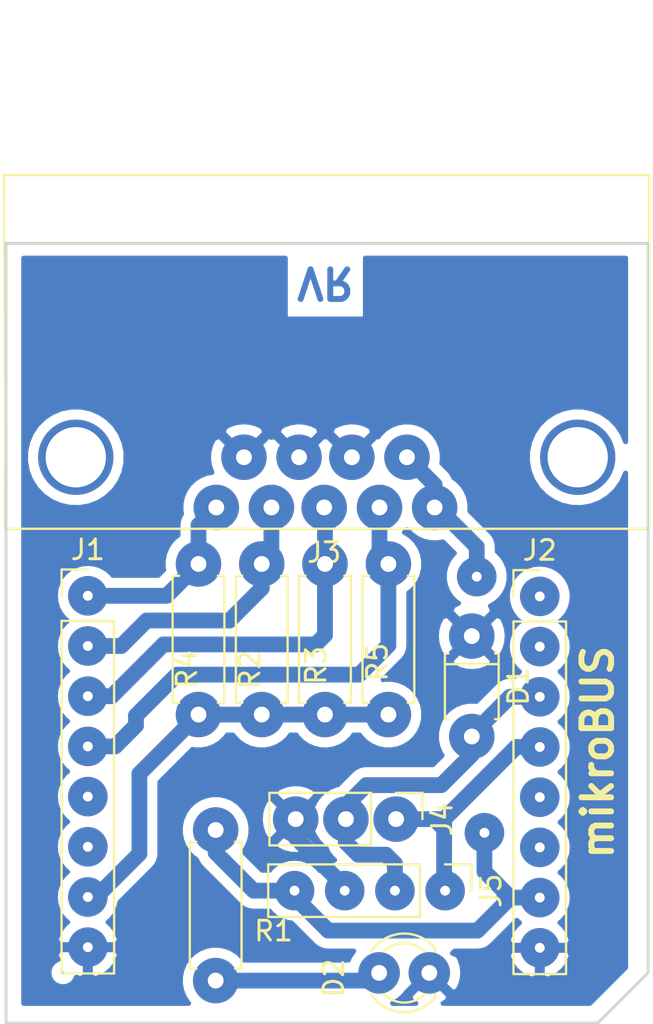
<source format=kicad_pcb>
(kicad_pcb (version 4) (host pcbnew 4.0.7)

  (general
    (links 30)
    (no_connects 1)
    (area 33.128381 22.990999 66.799001 75.085001)
    (thickness 1.6)
    (drawings 16)
    (tracks 102)
    (zones 0)
    (modules 12)
    (nets 17)
  )

  (page A4)
  (layers
    (0 F.Cu signal)
    (31 B.Cu signal)
    (32 B.Adhes user)
    (33 F.Adhes user)
    (34 B.Paste user)
    (35 F.Paste user)
    (36 B.SilkS user)
    (37 F.SilkS user)
    (38 B.Mask user)
    (39 F.Mask user)
    (40 Dwgs.User user)
    (41 Cmts.User user)
    (42 Eco1.User user)
    (43 Eco2.User user)
    (44 Edge.Cuts user)
    (45 Margin user)
    (46 B.CrtYd user)
    (47 F.CrtYd user)
    (48 B.Fab user)
    (49 F.Fab user)
  )

  (setup
    (last_trace_width 0.25)
    (user_trace_width 0.4)
    (user_trace_width 0.6)
    (user_trace_width 0.7)
    (user_trace_width 0.8)
    (user_trace_width 1)
    (user_trace_width 1.2)
    (user_trace_width 1.4)
    (user_trace_width 1.6)
    (trace_clearance 0.254)
    (zone_clearance 0.508)
    (zone_45_only yes)
    (trace_min 0.2)
    (segment_width 0.2)
    (edge_width 0.15)
    (via_size 0.6)
    (via_drill 0.4)
    (via_min_size 0.4)
    (via_min_drill 0.3)
    (user_via 2 0.5)
    (uvia_size 0.3)
    (uvia_drill 0.1)
    (uvias_allowed no)
    (uvia_min_size 0.2)
    (uvia_min_drill 0.1)
    (pcb_text_width 0.3)
    (pcb_text_size 1.5 1.5)
    (mod_edge_width 0.15)
    (mod_text_size 1 1)
    (mod_text_width 0.15)
    (pad_size 3.81 3.81)
    (pad_drill 3.05)
    (pad_to_mask_clearance 0.2)
    (aux_axis_origin 0 0)
    (visible_elements 7FFFFFFF)
    (pcbplotparams
      (layerselection 0x00030_80000001)
      (usegerberextensions false)
      (excludeedgelayer true)
      (linewidth 0.100000)
      (plotframeref false)
      (viasonmask false)
      (mode 1)
      (useauxorigin false)
      (hpglpennumber 1)
      (hpglpenspeed 20)
      (hpglpendiameter 15)
      (hpglpenoverlay 2)
      (psnegative false)
      (psa4output false)
      (plotreference true)
      (plotvalue true)
      (plotinvisibletext false)
      (padsonsilk false)
      (subtractmaskfromsilk false)
      (outputformat 1)
      (mirror false)
      (drillshape 1)
      (scaleselection 1)
      (outputdirectory ""))
  )

  (net 0 "")
  (net 1 /GND)
  (net 2 /RX)
  (net 3 "Net-(D2-Pad2)")
  (net 4 /AN)
  (net 5 /RST)
  (net 6 /PWM)
  (net 7 /INT)
  (net 8 /TX)
  (net 9 /+5V)
  (net 10 /CS)
  (net 11 /SCK)
  (net 12 /MISO)
  (net 13 /MOSI)
  (net 14 /+3.3V)
  (net 15 /SCL)
  (net 16 /SDA)

  (net_class Default "This is the default net class."
    (clearance 0.254)
    (trace_width 0.25)
    (via_dia 0.6)
    (via_drill 0.4)
    (uvia_dia 0.3)
    (uvia_drill 0.1)
    (add_net /+3.3V)
    (add_net /+5V)
    (add_net /AN)
    (add_net /CS)
    (add_net /GND)
    (add_net /INT)
    (add_net /MISO)
    (add_net /MOSI)
    (add_net /PWM)
    (add_net /RST)
    (add_net /RX)
    (add_net /SCK)
    (add_net /SCL)
    (add_net /SDA)
    (add_net /TX)
    (add_net "Net-(D2-Pad2)")
  )

  (module Pin_Headers:Pin_Header_Straight_1x08_Pitch2.54mm (layer F.Cu) (tedit 5BEFF2AC) (tstamp 5BEFF7EE)
    (at 60.8 53.42)
    (descr "Through hole straight pin header, 1x08, 2.54mm pitch, single row")
    (tags "Through hole pin header THT 1x08 2.54mm single row")
    (path /5BEF9960)
    (fp_text reference J2 (at 0 -2.33) (layer F.SilkS)
      (effects (font (size 1 1) (thickness 0.15)))
    )
    (fp_text value Conn_01x08 (at 0 20.11) (layer F.Fab) hide
      (effects (font (size 1 1) (thickness 0.15)))
    )
    (fp_line (start -0.635 -1.27) (end 1.27 -1.27) (layer F.Fab) (width 0.1))
    (fp_line (start 1.27 -1.27) (end 1.27 19.05) (layer F.Fab) (width 0.1))
    (fp_line (start 1.27 19.05) (end -1.27 19.05) (layer F.Fab) (width 0.1))
    (fp_line (start -1.27 19.05) (end -1.27 -0.635) (layer F.Fab) (width 0.1))
    (fp_line (start -1.27 -0.635) (end -0.635 -1.27) (layer F.Fab) (width 0.1))
    (fp_line (start -1.33 19.11) (end 1.33 19.11) (layer F.SilkS) (width 0.12))
    (fp_line (start -1.33 1.27) (end -1.33 19.11) (layer F.SilkS) (width 0.12))
    (fp_line (start 1.33 1.27) (end 1.33 19.11) (layer F.SilkS) (width 0.12))
    (fp_line (start -1.33 1.27) (end 1.33 1.27) (layer F.SilkS) (width 0.12))
    (fp_line (start -1.33 0) (end -1.33 -1.33) (layer F.SilkS) (width 0.12))
    (fp_line (start -1.33 -1.33) (end 0 -1.33) (layer F.SilkS) (width 0.12))
    (fp_line (start -1.8 -1.8) (end -1.8 19.55) (layer F.CrtYd) (width 0.05))
    (fp_line (start -1.8 19.55) (end 1.8 19.55) (layer F.CrtYd) (width 0.05))
    (fp_line (start 1.8 19.55) (end 1.8 -1.8) (layer F.CrtYd) (width 0.05))
    (fp_line (start 1.8 -1.8) (end -1.8 -1.8) (layer F.CrtYd) (width 0.05))
    (fp_text user %R (at 0 8.89 90) (layer F.Fab)
      (effects (font (size 1 1) (thickness 0.15)))
    )
    (pad 1 thru_hole oval (at 0 0) (size 2 2) (drill 0.5) (layers *.Cu *.Mask)
      (net 6 /PWM))
    (pad 2 thru_hole oval (at 0 2.54) (size 2 2) (drill 0.5) (layers *.Cu *.Mask)
      (net 7 /INT))
    (pad 3 thru_hole oval (at 0 5.08) (size 2 2) (drill 0.5) (layers *.Cu *.Mask)
      (net 2 /RX))
    (pad 4 thru_hole oval (at 0 7.62) (size 2 2) (drill 0.5) (layers *.Cu *.Mask)
      (net 8 /TX))
    (pad 5 thru_hole oval (at 0 10.16) (size 2 2) (drill 0.5) (layers *.Cu *.Mask)
      (net 15 /SCL))
    (pad 6 thru_hole oval (at 0 12.7) (size 2 2) (drill 0.5) (layers *.Cu *.Mask)
      (net 16 /SDA))
    (pad 7 thru_hole oval (at 0 15.24) (size 2 2) (drill 0.5) (layers *.Cu *.Mask)
      (net 9 /+5V))
    (pad 8 thru_hole oval (at 0 17.78) (size 2 2) (drill 0.5) (layers *.Cu *.Mask)
      (net 1 /GND))
    (model ${KISYS3DMOD}/Pin_Headers.3dshapes/Pin_Header_Straight_1x08_Pitch2.54mm.wrl
      (at (xyz 0 0 0))
      (scale (xyz 1 1 1))
      (rotate (xyz 0 0 0))
    )
  )

  (module modFiles:LED_D3.0mm (layer F.Cu) (tedit 5C02177E) (tstamp 5BEFF84F)
    (at 55.21 72.47 180)
    (descr "LED, diameter 3.0mm, 2 pins")
    (tags "LED diameter 3.0mm 2 pins")
    (path /5BEFA2C0)
    (fp_text reference D2 (at 4.84 -0.26 270) (layer F.SilkS)
      (effects (font (size 1 1) (thickness 0.15)))
    )
    (fp_text value LED (at -2.18 -0.14 270) (layer F.Fab)
      (effects (font (size 1 1) (thickness 0.15)))
    )
    (fp_arc (start 1.27 0) (end -0.23 -1.16619) (angle 284.3) (layer F.Fab) (width 0.1))
    (fp_arc (start 1.27 0) (end -0.29 -1.235516) (angle 108.8) (layer F.SilkS) (width 0.12))
    (fp_arc (start 1.27 0) (end -0.29 1.235516) (angle -108.8) (layer F.SilkS) (width 0.12))
    (fp_arc (start 1.27 0) (end 0.229039 -1.08) (angle 87.9) (layer F.SilkS) (width 0.12))
    (fp_arc (start 1.27 0) (end 0.229039 1.08) (angle -87.9) (layer F.SilkS) (width 0.12))
    (fp_circle (center 1.27 0) (end 2.77 0) (layer F.Fab) (width 0.1))
    (fp_line (start -0.23 -1.16619) (end -0.23 1.16619) (layer F.Fab) (width 0.1))
    (fp_line (start -0.29 -1.236) (end -0.29 -1.08) (layer F.SilkS) (width 0.12))
    (fp_line (start -0.29 1.08) (end -0.29 1.236) (layer F.SilkS) (width 0.12))
    (fp_line (start -1.15 -2.25) (end -1.15 2.25) (layer F.CrtYd) (width 0.05))
    (fp_line (start -1.15 2.25) (end 3.7 2.25) (layer F.CrtYd) (width 0.05))
    (fp_line (start 3.7 2.25) (end 3.7 -2.25) (layer F.CrtYd) (width 0.05))
    (fp_line (start 3.7 -2.25) (end -1.15 -2.25) (layer F.CrtYd) (width 0.05))
    (pad 1 thru_hole circle (at 0 0 180) (size 2.1 2.1) (drill 0.8) (layers *.Cu *.Mask)
      (net 1 /GND))
    (pad 2 thru_hole circle (at 2.54 0 180) (size 2.1 2.1) (drill 0.8) (layers *.Cu *.Mask)
      (net 3 "Net-(D2-Pad2)"))
    (model _3D/Used/led_3mm_red.wrl
      (at (xyz 0.05 0 0))
      (scale (xyz 1 1 1))
      (rotate (xyz 0 0 90))
    )
  )

  (module Pin_Headers:Pin_Header_Straight_1x08_Pitch2.54mm (layer F.Cu) (tedit 5BEFF193) (tstamp 5BEFF834)
    (at 37.93 53.39)
    (descr "Through hole straight pin header, 1x08, 2.54mm pitch, single row")
    (tags "Through hole pin header THT 1x08 2.54mm single row")
    (path /5BEF9903)
    (fp_text reference J1 (at 0 -2.33) (layer F.SilkS)
      (effects (font (size 1 1) (thickness 0.15)))
    )
    (fp_text value Conn_01x08 (at 0 20.11) (layer F.Fab) hide
      (effects (font (size 1 1) (thickness 0.15)))
    )
    (fp_line (start -0.635 -1.27) (end 1.27 -1.27) (layer F.Fab) (width 0.1))
    (fp_line (start 1.27 -1.27) (end 1.27 19.05) (layer F.Fab) (width 0.1))
    (fp_line (start 1.27 19.05) (end -1.27 19.05) (layer F.Fab) (width 0.1))
    (fp_line (start -1.27 19.05) (end -1.27 -0.635) (layer F.Fab) (width 0.1))
    (fp_line (start -1.27 -0.635) (end -0.635 -1.27) (layer F.Fab) (width 0.1))
    (fp_line (start -1.33 19.11) (end 1.33 19.11) (layer F.SilkS) (width 0.12))
    (fp_line (start -1.33 1.27) (end -1.33 19.11) (layer F.SilkS) (width 0.12))
    (fp_line (start 1.33 1.27) (end 1.33 19.11) (layer F.SilkS) (width 0.12))
    (fp_line (start -1.33 1.27) (end 1.33 1.27) (layer F.SilkS) (width 0.12))
    (fp_line (start -1.33 0) (end -1.33 -1.33) (layer F.SilkS) (width 0.12))
    (fp_line (start -1.33 -1.33) (end 0 -1.33) (layer F.SilkS) (width 0.12))
    (fp_line (start -1.8 -1.8) (end -1.8 19.55) (layer F.CrtYd) (width 0.05))
    (fp_line (start -1.8 19.55) (end 1.8 19.55) (layer F.CrtYd) (width 0.05))
    (fp_line (start 1.8 19.55) (end 1.8 -1.8) (layer F.CrtYd) (width 0.05))
    (fp_line (start 1.8 -1.8) (end -1.8 -1.8) (layer F.CrtYd) (width 0.05))
    (fp_text user %R (at 0 8.89 90) (layer F.Fab)
      (effects (font (size 1 1) (thickness 0.15)))
    )
    (pad 1 thru_hole oval (at 0 0) (size 2 2) (drill 0.5) (layers *.Cu *.Mask)
      (net 4 /AN))
    (pad 2 thru_hole oval (at 0 2.54) (size 2 2) (drill 0.5) (layers *.Cu *.Mask)
      (net 5 /RST))
    (pad 3 thru_hole oval (at 0 5.08) (size 2 2) (drill 0.5) (layers *.Cu *.Mask)
      (net 10 /CS))
    (pad 4 thru_hole oval (at 0 7.62) (size 2 2) (drill 0.5) (layers *.Cu *.Mask)
      (net 11 /SCK))
    (pad 5 thru_hole oval (at 0 10.16) (size 2 2) (drill 0.5) (layers *.Cu *.Mask)
      (net 12 /MISO))
    (pad 6 thru_hole oval (at 0 12.7) (size 2 2) (drill 0.5) (layers *.Cu *.Mask)
      (net 13 /MOSI))
    (pad 7 thru_hole oval (at 0 15.24) (size 2 2) (drill 0.5) (layers *.Cu *.Mask)
      (net 14 /+3.3V))
    (pad 8 thru_hole oval (at 0 17.78) (size 2 2) (drill 0.5) (layers *.Cu *.Mask)
      (net 1 /GND))
    (model ${KISYS3DMOD}/Pin_Headers.3dshapes/Pin_Header_Straight_1x08_Pitch2.54mm.wrl
      (at (xyz 0 0 0))
      (scale (xyz 1 1 1))
      (rotate (xyz 0 0 0))
    )
  )

  (module modFiles:Resistor_small (layer F.Cu) (tedit 5C0217FB) (tstamp 5BEFF81F)
    (at 44.4 65.24 270)
    (descr "Resistor, Axial_DIN0207 series, Axial, Horizontal, pin pitch=7.62mm, 0.25W = 1/4W, length*diameter=6.3*2.5mm^2, http://cdn-reichelt.de/documents/datenblatt/B400/1_4W%23YAG.pdf")
    (tags "Resistor Axial_DIN0207 series Axial Horizontal pin pitch 7.62mm 0.25W = 1/4W length 6.3mm diameter 2.5mm")
    (path /5BEFA48F)
    (fp_text reference R1 (at 5.11 -2.93 360) (layer F.SilkS)
      (effects (font (size 1 1) (thickness 0.15)))
    )
    (fp_text value 1K5 (at 3.8 -0.03 270) (layer F.Fab)
      (effects (font (size 1 1) (thickness 0.15)))
    )
    (fp_line (start 0.66 -1.25) (end 0.66 1.25) (layer F.Fab) (width 0.1))
    (fp_line (start 0.66 1.25) (end 6.96 1.25) (layer F.Fab) (width 0.1))
    (fp_line (start 6.96 1.25) (end 6.96 -1.25) (layer F.Fab) (width 0.1))
    (fp_line (start 6.96 -1.25) (end 0.66 -1.25) (layer F.Fab) (width 0.1))
    (fp_line (start 0 0) (end 0.66 0) (layer F.Fab) (width 0.1))
    (fp_line (start 7.62 0) (end 6.96 0) (layer F.Fab) (width 0.1))
    (fp_line (start 0.6 -0.98) (end 0.6 -1.31) (layer F.SilkS) (width 0.12))
    (fp_line (start 0.6 -1.31) (end 7.02 -1.31) (layer F.SilkS) (width 0.12))
    (fp_line (start 7.02 -1.31) (end 7.02 -0.98) (layer F.SilkS) (width 0.12))
    (fp_line (start 0.6 0.98) (end 0.6 1.31) (layer F.SilkS) (width 0.12))
    (fp_line (start 0.6 1.31) (end 7.02 1.31) (layer F.SilkS) (width 0.12))
    (fp_line (start 7.02 1.31) (end 7.02 0.98) (layer F.SilkS) (width 0.12))
    (fp_line (start -1.05 -1.6) (end -1.05 1.6) (layer F.CrtYd) (width 0.05))
    (fp_line (start -1.05 1.6) (end 8.7 1.6) (layer F.CrtYd) (width 0.05))
    (fp_line (start 8.7 1.6) (end 8.7 -1.6) (layer F.CrtYd) (width 0.05))
    (fp_line (start 8.7 -1.6) (end -1.05 -1.6) (layer F.CrtYd) (width 0.05))
    (pad 1 thru_hole circle (at 0 0 270) (size 2.3 2.3) (drill 0.8) (layers *.Cu *.Mask)
      (net 9 /+5V))
    (pad 2 thru_hole circle (at 7.62 0 270) (size 2.3 2.3) (drill 0.8) (layers *.Cu *.Mask)
      (net 3 "Net-(D2-Pad2)"))
    (model _3D/Used/R_Axial_DIN0207_L6.3mm_D2.5mm_P7.62mm_Horizontal.wrl
      (at (xyz 0 0 0))
      (scale (xyz 0.393701 0.393701 0.393701))
      (rotate (xyz 0 0 0))
    )
  )

  (module Socket_Strips:Socket_Strip_Straight_1x04_Pitch2.54mm (layer F.Cu) (tedit 5BEFF2E0) (tstamp 5BEFF809)
    (at 56.01 68.31 270)
    (descr "Through hole straight socket strip, 1x04, 2.54mm pitch, single row")
    (tags "Through hole socket strip THT 1x04 2.54mm single row")
    (path /5BEF9C1A)
    (fp_text reference J5 (at 0 -2.33 270) (layer F.SilkS)
      (effects (font (size 1 1) (thickness 0.15)))
    )
    (fp_text value BLUETOOTH (at 2.09 3.26 360) (layer F.Fab)
      (effects (font (size 1 1) (thickness 0.15)))
    )
    (fp_line (start -1.27 -1.27) (end -1.27 8.89) (layer F.Fab) (width 0.1))
    (fp_line (start -1.27 8.89) (end 1.27 8.89) (layer F.Fab) (width 0.1))
    (fp_line (start 1.27 8.89) (end 1.27 -1.27) (layer F.Fab) (width 0.1))
    (fp_line (start 1.27 -1.27) (end -1.27 -1.27) (layer F.Fab) (width 0.1))
    (fp_line (start -1.33 1.27) (end -1.33 8.95) (layer F.SilkS) (width 0.12))
    (fp_line (start -1.33 8.95) (end 1.33 8.95) (layer F.SilkS) (width 0.12))
    (fp_line (start 1.33 8.95) (end 1.33 1.27) (layer F.SilkS) (width 0.12))
    (fp_line (start 1.33 1.27) (end -1.33 1.27) (layer F.SilkS) (width 0.12))
    (fp_line (start -1.33 0) (end -1.33 -1.33) (layer F.SilkS) (width 0.12))
    (fp_line (start -1.33 -1.33) (end 0 -1.33) (layer F.SilkS) (width 0.12))
    (fp_line (start -1.8 -1.8) (end -1.8 9.4) (layer F.CrtYd) (width 0.05))
    (fp_line (start -1.8 9.4) (end 1.8 9.4) (layer F.CrtYd) (width 0.05))
    (fp_line (start 1.8 9.4) (end 1.8 -1.8) (layer F.CrtYd) (width 0.05))
    (fp_line (start 1.8 -1.8) (end -1.8 -1.8) (layer F.CrtYd) (width 0.05))
    (fp_text user %R (at 0 -2.33 270) (layer F.Fab)
      (effects (font (size 1 1) (thickness 0.15)))
    )
    (pad 1 thru_hole oval (at 0 0 270) (size 2 2) (drill 0.5) (layers *.Cu *.Mask)
      (net 8 /TX))
    (pad 2 thru_hole oval (at 0 2.54 270) (size 2 2) (drill 0.5) (layers *.Cu *.Mask)
      (net 2 /RX))
    (pad 3 thru_hole oval (at 0 5.08 270) (size 2 2) (drill 0.5) (layers *.Cu *.Mask)
      (net 1 /GND))
    (pad 4 thru_hole oval (at 0 7.62 270) (size 2 2) (drill 0.5) (layers *.Cu *.Mask)
      (net 9 /+5V))
    (model ${KISYS3DMOD}/Socket_Strips.3dshapes/Socket_Strip_Straight_1x04_Pitch2.54mm.wrl
      (at (xyz 0 -0.15 0))
      (scale (xyz 1 1 1))
      (rotate (xyz 0 0 270))
    )
  )

  (module Connectors:DB9FC (layer F.Cu) (tedit 5C0218A4) (tstamp 5BEFF7CE)
    (at 44.43 48.92)
    (descr "Connecteur DB9 femelle couche")
    (tags "CONN DB9")
    (path /5BEF9620)
    (fp_text reference J3 (at 5.46 2.28) (layer F.SilkS)
      (effects (font (size 1 1) (thickness 0.15)))
    )
    (fp_text value DB9_Female (at 6.73 -5.08) (layer F.Fab)
      (effects (font (size 1 1) (thickness 0.15)))
    )
    (fp_line (start -10.74 -16.82) (end -10.69 1.08) (layer F.SilkS) (width 0.12))
    (fp_line (start -10.69 1.08) (end 21.91 1.08) (layer F.SilkS) (width 0.12))
    (fp_line (start 21.91 1.08) (end 21.91 -16.82) (layer F.SilkS) (width 0.12))
    (fp_line (start 21.91 -16.82) (end -10.74 -16.82) (layer F.SilkS) (width 0.12))
    (fp_line (start -10.67 1.02) (end 21.84 1.02) (layer F.Fab) (width 0.1))
    (fp_line (start 21.84 1.02) (end 21.84 -16.76) (layer F.Fab) (width 0.1))
    (fp_line (start 21.84 -16.76) (end -10.67 -16.76) (layer F.Fab) (width 0.1))
    (fp_line (start -10.67 -16.76) (end -10.67 1.02) (layer F.Fab) (width 0.1))
    (fp_line (start -3.56 -16.76) (end -3.56 -9.14) (layer F.Fab) (width 0.1))
    (fp_line (start -3.56 -9.14) (end 14.73 -9.14) (layer F.Fab) (width 0.1))
    (fp_line (start 14.73 -9.14) (end 14.73 -16.76) (layer F.Fab) (width 0.1))
    (fp_line (start -2.03 -16.76) (end -2.03 -25.4) (layer F.Fab) (width 0.1))
    (fp_line (start -2.03 -25.4) (end 13.21 -25.4) (layer F.Fab) (width 0.1))
    (fp_line (start 13.21 -25.4) (end 13.21 -16.76) (layer F.Fab) (width 0.1))
    (fp_line (start -10.92 -25.65) (end 22.09 -25.65) (layer F.CrtYd) (width 0.05))
    (fp_line (start -10.92 -25.65) (end -10.92 1.27) (layer F.CrtYd) (width 0.05))
    (fp_line (start 22.09 1.27) (end 22.09 -25.65) (layer F.CrtYd) (width 0.05))
    (fp_line (start 22.09 1.27) (end -10.92 1.27) (layer F.CrtYd) (width 0.05))
    (pad "" thru_hole circle (at 18.29 -2.54) (size 3.81 3.81) (drill 3.05) (layers *.Cu *.Mask))
    (pad "" thru_hole circle (at -7.11 -2.54) (size 3.81 3.81) (drill 3.05) (layers *.Cu *.Mask))
    (pad 1 thru_hole circle (at 0 0) (size 2.3 2.3) (drill 0.8) (layers *.Cu *.Mask)
      (net 4 /AN))
    (pad 2 thru_hole circle (at 2.79 0) (size 2.3 2.3) (drill 0.8) (layers *.Cu *.Mask)
      (net 5 /RST))
    (pad 3 thru_hole circle (at 5.46 0) (size 2.3 2.3) (drill 0.8) (layers *.Cu *.Mask)
      (net 10 /CS))
    (pad 4 thru_hole circle (at 8.26 0) (size 2.3 2.3) (drill 0.8) (layers *.Cu *.Mask)
      (net 11 /SCK))
    (pad 5 thru_hole circle (at 11.05 0) (size 2.3 2.3) (drill 0.8) (layers *.Cu *.Mask)
      (net 9 /+5V))
    (pad 6 thru_hole circle (at 1.4 -2.54) (size 2.3 2.3) (drill 0.8) (layers *.Cu *.Mask)
      (net 1 /GND))
    (pad 7 thru_hole circle (at 4.19 -2.54) (size 2.3 2.3) (drill 0.8) (layers *.Cu *.Mask)
      (net 1 /GND))
    (pad 8 thru_hole circle (at 6.86 -2.54) (size 2.3 2.3) (drill 0.8) (layers *.Cu *.Mask)
      (net 1 /GND))
    (pad 9 thru_hole circle (at 9.65 -2.54) (size 2.3 2.3) (drill 0.8) (layers *.Cu *.Mask)
      (net 9 /+5V))
    (model ${KISYS3DMOD}/Connectors.3dshapes/DB9FC.wrl
      (at (xyz 0.2086614173228347 0.05314960629921261 0))
      (scale (xyz 1 1 1))
      (rotate (xyz 0 0 0))
    )
  )

  (module Socket_Strips:Socket_Strip_Straight_1x03_Pitch2.54mm (layer F.Cu) (tedit 5C021843) (tstamp 5C01FEBA)
    (at 53.53 64.69 270)
    (descr "Through hole straight socket strip, 1x03, 2.54mm pitch, single row")
    (tags "Through hole socket strip THT 1x03 2.54mm single row")
    (path /5BEF9B52)
    (fp_text reference J4 (at 0 -2.33 270) (layer F.SilkS)
      (effects (font (size 1 1) (thickness 0.15)))
    )
    (fp_text value URAT (at 0 7.41 270) (layer F.Fab)
      (effects (font (size 1 1) (thickness 0.15)))
    )
    (fp_line (start -1.27 -1.27) (end -1.27 6.35) (layer F.Fab) (width 0.1))
    (fp_line (start -1.27 6.35) (end 1.27 6.35) (layer F.Fab) (width 0.1))
    (fp_line (start 1.27 6.35) (end 1.27 -1.27) (layer F.Fab) (width 0.1))
    (fp_line (start 1.27 -1.27) (end -1.27 -1.27) (layer F.Fab) (width 0.1))
    (fp_line (start -1.33 1.27) (end -1.33 6.41) (layer F.SilkS) (width 0.12))
    (fp_line (start -1.33 6.41) (end 1.33 6.41) (layer F.SilkS) (width 0.12))
    (fp_line (start 1.33 6.41) (end 1.33 1.27) (layer F.SilkS) (width 0.12))
    (fp_line (start 1.33 1.27) (end -1.33 1.27) (layer F.SilkS) (width 0.12))
    (fp_line (start -1.33 0) (end -1.33 -1.33) (layer F.SilkS) (width 0.12))
    (fp_line (start -1.33 -1.33) (end 0 -1.33) (layer F.SilkS) (width 0.12))
    (fp_line (start -1.8 -1.8) (end -1.8 6.85) (layer F.CrtYd) (width 0.05))
    (fp_line (start -1.8 6.85) (end 1.8 6.85) (layer F.CrtYd) (width 0.05))
    (fp_line (start 1.8 6.85) (end 1.8 -1.8) (layer F.CrtYd) (width 0.05))
    (fp_line (start 1.8 -1.8) (end -1.8 -1.8) (layer F.CrtYd) (width 0.05))
    (fp_text user %R (at 0 -2.33 270) (layer F.Fab)
      (effects (font (size 1 1) (thickness 0.15)))
    )
    (pad 1 thru_hole circle (at 0 0 270) (size 2.3 2.3) (drill 0.8) (layers *.Cu *.Mask)
      (net 8 /TX))
    (pad 2 thru_hole circle (at 0 2.54 270) (size 2.3 2.3) (drill 0.8) (layers *.Cu *.Mask)
      (net 2 /RX))
    (pad 3 thru_hole circle (at 0 5.08 270) (size 2.3 2.3) (drill 0.8) (layers *.Cu *.Mask)
      (net 1 /GND))
    (model ${KISYS3DMOD}/Socket_Strips.3dshapes/Socket_Strip_Straight_1x03_Pitch2.54mm.wrl
      (at (xyz 0 -0.1 0))
      (scale (xyz 1 1 1))
      (rotate (xyz 0 0 270))
    )
  )

  (module modFiles:Resistor_small (layer F.Cu) (tedit 5C0217E6) (tstamp 5C01FEC5)
    (at 46.73 59.4 90)
    (descr "Resistor, Axial_DIN0207 series, Axial, Horizontal, pin pitch=7.62mm, 0.25W = 1/4W, length*diameter=6.3*2.5mm^2, http://cdn-reichelt.de/documents/datenblatt/B400/1_4W%23YAG.pdf")
    (tags "Resistor Axial_DIN0207 series Axial Horizontal pin pitch 7.62mm 0.25W = 1/4W length 6.3mm diameter 2.5mm")
    (path /5C01FFAB)
    (fp_text reference R2 (at 2.26 -0.6 90) (layer F.SilkS)
      (effects (font (size 1 1) (thickness 0.15)))
    )
    (fp_text value 4k7 (at 5 -0.32 90) (layer F.Fab)
      (effects (font (size 1 1) (thickness 0.15)))
    )
    (fp_line (start 0.66 -1.25) (end 0.66 1.25) (layer F.Fab) (width 0.1))
    (fp_line (start 0.66 1.25) (end 6.96 1.25) (layer F.Fab) (width 0.1))
    (fp_line (start 6.96 1.25) (end 6.96 -1.25) (layer F.Fab) (width 0.1))
    (fp_line (start 6.96 -1.25) (end 0.66 -1.25) (layer F.Fab) (width 0.1))
    (fp_line (start 0 0) (end 0.66 0) (layer F.Fab) (width 0.1))
    (fp_line (start 7.62 0) (end 6.96 0) (layer F.Fab) (width 0.1))
    (fp_line (start 0.6 -0.98) (end 0.6 -1.31) (layer F.SilkS) (width 0.12))
    (fp_line (start 0.6 -1.31) (end 7.02 -1.31) (layer F.SilkS) (width 0.12))
    (fp_line (start 7.02 -1.31) (end 7.02 -0.98) (layer F.SilkS) (width 0.12))
    (fp_line (start 0.6 0.98) (end 0.6 1.31) (layer F.SilkS) (width 0.12))
    (fp_line (start 0.6 1.31) (end 7.02 1.31) (layer F.SilkS) (width 0.12))
    (fp_line (start 7.02 1.31) (end 7.02 0.98) (layer F.SilkS) (width 0.12))
    (fp_line (start -1.05 -1.6) (end -1.05 1.6) (layer F.CrtYd) (width 0.05))
    (fp_line (start -1.05 1.6) (end 8.7 1.6) (layer F.CrtYd) (width 0.05))
    (fp_line (start 8.7 1.6) (end 8.7 -1.6) (layer F.CrtYd) (width 0.05))
    (fp_line (start 8.7 -1.6) (end -1.05 -1.6) (layer F.CrtYd) (width 0.05))
    (pad 1 thru_hole circle (at 0 0 90) (size 2.3 2.3) (drill 0.8) (layers *.Cu *.Mask)
      (net 14 /+3.3V))
    (pad 2 thru_hole circle (at 7.62 0 90) (size 2.3 2.3) (drill 0.8) (layers *.Cu *.Mask)
      (net 5 /RST))
    (model _3D/Used/R_Axial_DIN0207_L6.3mm_D2.5mm_P7.62mm_Horizontal.wrl
      (at (xyz 0 0 0))
      (scale (xyz 0.393701 0.393701 0.393701))
      (rotate (xyz 0 0 0))
    )
  )

  (module modFiles:Resistor_small (layer F.Cu) (tedit 5C0217E2) (tstamp 5C01FECB)
    (at 49.93 59.4 90)
    (descr "Resistor, Axial_DIN0207 series, Axial, Horizontal, pin pitch=7.62mm, 0.25W = 1/4W, length*diameter=6.3*2.5mm^2, http://cdn-reichelt.de/documents/datenblatt/B400/1_4W%23YAG.pdf")
    (tags "Resistor Axial_DIN0207 series Axial Horizontal pin pitch 7.62mm 0.25W = 1/4W length 6.3mm diameter 2.5mm")
    (path /5C01FFA5)
    (fp_text reference R3 (at 2.49 -0.45 90) (layer F.SilkS)
      (effects (font (size 1 1) (thickness 0.15)))
    )
    (fp_text value 4k7 (at 4.94 -0.03 90) (layer F.Fab)
      (effects (font (size 1 1) (thickness 0.15)))
    )
    (fp_line (start 0.66 -1.25) (end 0.66 1.25) (layer F.Fab) (width 0.1))
    (fp_line (start 0.66 1.25) (end 6.96 1.25) (layer F.Fab) (width 0.1))
    (fp_line (start 6.96 1.25) (end 6.96 -1.25) (layer F.Fab) (width 0.1))
    (fp_line (start 6.96 -1.25) (end 0.66 -1.25) (layer F.Fab) (width 0.1))
    (fp_line (start 0 0) (end 0.66 0) (layer F.Fab) (width 0.1))
    (fp_line (start 7.62 0) (end 6.96 0) (layer F.Fab) (width 0.1))
    (fp_line (start 0.6 -0.98) (end 0.6 -1.31) (layer F.SilkS) (width 0.12))
    (fp_line (start 0.6 -1.31) (end 7.02 -1.31) (layer F.SilkS) (width 0.12))
    (fp_line (start 7.02 -1.31) (end 7.02 -0.98) (layer F.SilkS) (width 0.12))
    (fp_line (start 0.6 0.98) (end 0.6 1.31) (layer F.SilkS) (width 0.12))
    (fp_line (start 0.6 1.31) (end 7.02 1.31) (layer F.SilkS) (width 0.12))
    (fp_line (start 7.02 1.31) (end 7.02 0.98) (layer F.SilkS) (width 0.12))
    (fp_line (start -1.05 -1.6) (end -1.05 1.6) (layer F.CrtYd) (width 0.05))
    (fp_line (start -1.05 1.6) (end 8.7 1.6) (layer F.CrtYd) (width 0.05))
    (fp_line (start 8.7 1.6) (end 8.7 -1.6) (layer F.CrtYd) (width 0.05))
    (fp_line (start 8.7 -1.6) (end -1.05 -1.6) (layer F.CrtYd) (width 0.05))
    (pad 1 thru_hole circle (at 0 0 90) (size 2.3 2.3) (drill 0.8) (layers *.Cu *.Mask)
      (net 14 /+3.3V))
    (pad 2 thru_hole circle (at 7.62 0 90) (size 2.3 2.3) (drill 0.8) (layers *.Cu *.Mask)
      (net 10 /CS))
    (model _3D/Used/R_Axial_DIN0207_L6.3mm_D2.5mm_P7.62mm_Horizontal.wrl
      (at (xyz 0 0 0))
      (scale (xyz 0.393701 0.393701 0.393701))
      (rotate (xyz 0 0 0))
    )
  )

  (module modFiles:Resistor_small (layer F.Cu) (tedit 5C0217EC) (tstamp 5C01FED1)
    (at 43.53 59.4 90)
    (descr "Resistor, Axial_DIN0207 series, Axial, Horizontal, pin pitch=7.62mm, 0.25W = 1/4W, length*diameter=6.3*2.5mm^2, http://cdn-reichelt.de/documents/datenblatt/B400/1_4W%23YAG.pdf")
    (tags "Resistor Axial_DIN0207 series Axial Horizontal pin pitch 7.62mm 0.25W = 1/4W length 6.3mm diameter 2.5mm")
    (path /5C01FF55)
    (fp_text reference R4 (at 2.29 -0.59 90) (layer F.SilkS)
      (effects (font (size 1 1) (thickness 0.15)))
    )
    (fp_text value 4k7 (at 4.92 0.03 90) (layer F.Fab)
      (effects (font (size 1 1) (thickness 0.15)))
    )
    (fp_line (start 0.66 -1.25) (end 0.66 1.25) (layer F.Fab) (width 0.1))
    (fp_line (start 0.66 1.25) (end 6.96 1.25) (layer F.Fab) (width 0.1))
    (fp_line (start 6.96 1.25) (end 6.96 -1.25) (layer F.Fab) (width 0.1))
    (fp_line (start 6.96 -1.25) (end 0.66 -1.25) (layer F.Fab) (width 0.1))
    (fp_line (start 0 0) (end 0.66 0) (layer F.Fab) (width 0.1))
    (fp_line (start 7.62 0) (end 6.96 0) (layer F.Fab) (width 0.1))
    (fp_line (start 0.6 -0.98) (end 0.6 -1.31) (layer F.SilkS) (width 0.12))
    (fp_line (start 0.6 -1.31) (end 7.02 -1.31) (layer F.SilkS) (width 0.12))
    (fp_line (start 7.02 -1.31) (end 7.02 -0.98) (layer F.SilkS) (width 0.12))
    (fp_line (start 0.6 0.98) (end 0.6 1.31) (layer F.SilkS) (width 0.12))
    (fp_line (start 0.6 1.31) (end 7.02 1.31) (layer F.SilkS) (width 0.12))
    (fp_line (start 7.02 1.31) (end 7.02 0.98) (layer F.SilkS) (width 0.12))
    (fp_line (start -1.05 -1.6) (end -1.05 1.6) (layer F.CrtYd) (width 0.05))
    (fp_line (start -1.05 1.6) (end 8.7 1.6) (layer F.CrtYd) (width 0.05))
    (fp_line (start 8.7 1.6) (end 8.7 -1.6) (layer F.CrtYd) (width 0.05))
    (fp_line (start 8.7 -1.6) (end -1.05 -1.6) (layer F.CrtYd) (width 0.05))
    (pad 1 thru_hole circle (at 0 0 90) (size 2.3 2.3) (drill 0.8) (layers *.Cu *.Mask)
      (net 14 /+3.3V))
    (pad 2 thru_hole circle (at 7.62 0 90) (size 2.3 2.3) (drill 0.8) (layers *.Cu *.Mask)
      (net 4 /AN))
    (model _3D/Used/R_Axial_DIN0207_L6.3mm_D2.5mm_P7.62mm_Horizontal.wrl
      (at (xyz 0 0 0))
      (scale (xyz 0.393701 0.393701 0.393701))
      (rotate (xyz 0 0 0))
    )
  )

  (module modFiles:Resistor_small (layer F.Cu) (tedit 5C0217CF) (tstamp 5C01FED7)
    (at 53.14 59.4 90)
    (descr "Resistor, Axial_DIN0207 series, Axial, Horizontal, pin pitch=7.62mm, 0.25W = 1/4W, length*diameter=6.3*2.5mm^2, http://cdn-reichelt.de/documents/datenblatt/B400/1_4W%23YAG.pdf")
    (tags "Resistor Axial_DIN0207 series Axial Horizontal pin pitch 7.62mm 0.25W = 1/4W length 6.3mm diameter 2.5mm")
    (path /5C01FD7F)
    (fp_text reference R5 (at 2.65 -0.56 90) (layer F.SilkS)
      (effects (font (size 1 1) (thickness 0.15)))
    )
    (fp_text value 4k7 (at 5 0.14 90) (layer F.Fab)
      (effects (font (size 1 1) (thickness 0.15)))
    )
    (fp_line (start 0.66 -1.25) (end 0.66 1.25) (layer F.Fab) (width 0.1))
    (fp_line (start 0.66 1.25) (end 6.96 1.25) (layer F.Fab) (width 0.1))
    (fp_line (start 6.96 1.25) (end 6.96 -1.25) (layer F.Fab) (width 0.1))
    (fp_line (start 6.96 -1.25) (end 0.66 -1.25) (layer F.Fab) (width 0.1))
    (fp_line (start 0 0) (end 0.66 0) (layer F.Fab) (width 0.1))
    (fp_line (start 7.62 0) (end 6.96 0) (layer F.Fab) (width 0.1))
    (fp_line (start 0.6 -0.98) (end 0.6 -1.31) (layer F.SilkS) (width 0.12))
    (fp_line (start 0.6 -1.31) (end 7.02 -1.31) (layer F.SilkS) (width 0.12))
    (fp_line (start 7.02 -1.31) (end 7.02 -0.98) (layer F.SilkS) (width 0.12))
    (fp_line (start 0.6 0.98) (end 0.6 1.31) (layer F.SilkS) (width 0.12))
    (fp_line (start 0.6 1.31) (end 7.02 1.31) (layer F.SilkS) (width 0.12))
    (fp_line (start 7.02 1.31) (end 7.02 0.98) (layer F.SilkS) (width 0.12))
    (fp_line (start -1.05 -1.6) (end -1.05 1.6) (layer F.CrtYd) (width 0.05))
    (fp_line (start -1.05 1.6) (end 8.7 1.6) (layer F.CrtYd) (width 0.05))
    (fp_line (start 8.7 1.6) (end 8.7 -1.6) (layer F.CrtYd) (width 0.05))
    (fp_line (start 8.7 -1.6) (end -1.05 -1.6) (layer F.CrtYd) (width 0.05))
    (pad 1 thru_hole circle (at 0 0 90) (size 2.3 2.3) (drill 0.8) (layers *.Cu *.Mask)
      (net 14 /+3.3V))
    (pad 2 thru_hole circle (at 7.62 0 90) (size 2.3 2.3) (drill 0.8) (layers *.Cu *.Mask)
      (net 11 /SCK))
    (model _3D/Used/R_Axial_DIN0207_L6.3mm_D2.5mm_P7.62mm_Horizontal.wrl
      (at (xyz 0 0 0))
      (scale (xyz 0.393701 0.393701 0.393701))
      (rotate (xyz 0 0 0))
    )
  )

  (module Diodes_THT:D_T-1_P5.08mm_Horizontal (layer F.Cu) (tedit 5C02182C) (tstamp 5C020028)
    (at 57.36 55.43 270)
    (descr "D, T-1 series, Axial, Horizontal, pin pitch=5.08mm, , length*diameter=3.2*2.6mm^2, , http://www.diodes.com/_files/packages/T-1.pdf")
    (tags "D T-1 series Axial Horizontal pin pitch 5.08mm  length 3.2mm diameter 2.6mm")
    (path /5BEF9E62)
    (fp_text reference D1 (at 2.54 -2.36 270) (layer F.SilkS)
      (effects (font (size 1 1) (thickness 0.15)))
    )
    (fp_text value 3V3 (at 2.52 -0.2 270) (layer F.Fab)
      (effects (font (size 1 1) (thickness 0.15)))
    )
    (fp_text user %R (at -2.05 1.09 360) (layer F.Fab)
      (effects (font (size 1 1) (thickness 0.15)))
    )
    (fp_line (start 0.94 -1.3) (end 0.94 1.3) (layer F.Fab) (width 0.1))
    (fp_line (start 0.94 1.3) (end 4.14 1.3) (layer F.Fab) (width 0.1))
    (fp_line (start 4.14 1.3) (end 4.14 -1.3) (layer F.Fab) (width 0.1))
    (fp_line (start 4.14 -1.3) (end 0.94 -1.3) (layer F.Fab) (width 0.1))
    (fp_line (start 0 0) (end 0.94 0) (layer F.Fab) (width 0.1))
    (fp_line (start 5.08 0) (end 4.14 0) (layer F.Fab) (width 0.1))
    (fp_line (start 1.42 -1.3) (end 1.42 1.3) (layer F.Fab) (width 0.1))
    (fp_line (start 0.88 -1.18) (end 0.88 -1.36) (layer F.SilkS) (width 0.12))
    (fp_line (start 0.88 -1.36) (end 4.2 -1.36) (layer F.SilkS) (width 0.12))
    (fp_line (start 4.2 -1.36) (end 4.2 -1.18) (layer F.SilkS) (width 0.12))
    (fp_line (start 0.88 1.18) (end 0.88 1.36) (layer F.SilkS) (width 0.12))
    (fp_line (start 0.88 1.36) (end 4.2 1.36) (layer F.SilkS) (width 0.12))
    (fp_line (start 4.2 1.36) (end 4.2 1.18) (layer F.SilkS) (width 0.12))
    (fp_line (start 1.42 -1.36) (end 1.42 1.36) (layer F.SilkS) (width 0.12))
    (fp_line (start -1.25 -1.65) (end -1.25 1.65) (layer F.CrtYd) (width 0.05))
    (fp_line (start -1.25 1.65) (end 6.35 1.65) (layer F.CrtYd) (width 0.05))
    (fp_line (start 6.35 1.65) (end 6.35 -1.65) (layer F.CrtYd) (width 0.05))
    (fp_line (start 6.35 -1.65) (end -1.25 -1.65) (layer F.CrtYd) (width 0.05))
    (pad 1 thru_hole circle (at 0 0 270) (size 2.3 2.3) (drill 0.8) (layers *.Cu *.Mask)
      (net 1 /GND))
    (pad 2 thru_hole circle (at 5.08 0 270) (size 2.3 2.3) (drill 0.8) (layers *.Cu *.Mask)
      (net 2 /RX))
    (model ${KISYS3DMOD}/Diodes_THT.3dshapes/D_T-1_P5.08mm_Horizontal.wrl
      (at (xyz 0 0 0))
      (scale (xyz 0.393701 0.393701 0.393701))
      (rotate (xyz 0 0 0))
    )
  )

  (gr_text VR (at 49.95 37.55 180) (layer B.Cu)
    (effects (font (size 1.5 1.5) (thickness 0.3)) (justify mirror))
  )
  (gr_text mikroBUS (at 63.73 61.3 90) (layer F.SilkS)
    (effects (font (size 1.5 1.5) (thickness 0.3)))
  )
  (gr_line (start 66.28 49.95) (end 66.28 54.16) (angle 90) (layer Edge.Cuts) (width 0.15) (tstamp 5BEFF8FE))
  (gr_line (start 36.67 72.46) (end 36.68 72.46) (angle 90) (layer Edge.Cuts) (width 0.15) (tstamp 5BEFF8FD))
  (gr_line (start 33.79 72.45) (end 33.79 52.83) (angle 90) (layer Edge.Cuts) (width 0.15) (tstamp 5BEFF8FC))
  (gr_line (start 66.28 54.15) (end 66.28 72.46) (angle 90) (layer Edge.Cuts) (width 0.15) (tstamp 5BEFF8FB))
  (gr_line (start 66.28 72.46) (end 63.73 75.01) (angle 90) (layer Edge.Cuts) (width 0.15) (tstamp 5BEFF8FA))
  (gr_line (start 63.73 75.01) (end 46.5 75.01) (angle 90) (layer Edge.Cuts) (width 0.15) (tstamp 5BEFF8F9))
  (gr_line (start 46.5 75.01) (end 33.79 75.01) (angle 90) (layer Edge.Cuts) (width 0.15) (tstamp 5BEFF8F8))
  (gr_line (start 40.86 35.56) (end 59.14 35.56) (angle 90) (layer Edge.Cuts) (width 0.15) (tstamp 5BEFF8F7))
  (gr_line (start 33.79 49.96) (end 33.79 52.84) (angle 90) (layer Edge.Cuts) (width 0.15) (tstamp 5BEFF8F6))
  (gr_line (start 59.14 35.56) (end 66.28 35.56) (angle 90) (layer Edge.Cuts) (width 0.15) (tstamp 5BEFF8F5))
  (gr_line (start 66.28 35.56) (end 66.28 49.94) (angle 90) (layer Edge.Cuts) (width 0.15) (tstamp 5BEFF8F4))
  (gr_line (start 33.79 75.01) (end 33.79 72.46) (angle 90) (layer Edge.Cuts) (width 0.15) (tstamp 5BEFF8F3))
  (gr_line (start 33.79 49.95) (end 33.79 35.56) (angle 90) (layer Edge.Cuts) (width 0.15) (tstamp 5BEFF8F2))
  (gr_line (start 33.79 35.56) (end 40.86 35.56) (angle 90) (layer Edge.Cuts) (width 0.15) (tstamp 5BEFF8F1))

  (segment (start 48.45 64.69) (end 48.45 65.63) (width 0.8) (layer B.Cu) (net 1))
  (segment (start 48.45 65.63) (end 50.93 68.11) (width 0.8) (layer B.Cu) (net 1) (tstamp 5C021294))
  (segment (start 50.93 68.11) (end 50.93 68.31) (width 0.8) (layer B.Cu) (net 1) (tstamp 5C021295))
  (segment (start 57.36 60.51) (end 57.36 61.43) (width 0.8) (layer B.Cu) (net 2))
  (segment (start 57.36 61.43) (end 55.82 62.97) (width 0.8) (layer B.Cu) (net 2) (tstamp 5C0212E3))
  (segment (start 52.02 62.97) (end 50.99 64) (width 0.8) (layer B.Cu) (net 2) (tstamp 5C0212E8))
  (segment (start 55.82 62.97) (end 52.02 62.97) (width 0.8) (layer B.Cu) (net 2) (tstamp 5C0212E6))
  (segment (start 50.99 64) (end 50.99 64.69) (width 0.8) (layer B.Cu) (net 2) (tstamp 5C0212E9))
  (segment (start 50.99 64.69) (end 50.99 65.87) (width 0.8) (layer B.Cu) (net 2))
  (segment (start 53.47 66.94) (end 53.47 68.31) (width 0.8) (layer B.Cu) (net 2) (tstamp 5C021287))
  (segment (start 53.02 66.49) (end 53.47 66.94) (width 0.8) (layer B.Cu) (net 2) (tstamp 5C021286))
  (segment (start 51.61 66.49) (end 53.02 66.49) (width 0.8) (layer B.Cu) (net 2) (tstamp 5C021284))
  (segment (start 50.99 65.87) (end 51.61 66.49) (width 0.8) (layer B.Cu) (net 2) (tstamp 5C021283))
  (segment (start 57.36 60.51) (end 57.36 60.43) (width 0.8) (layer B.Cu) (net 2))
  (segment (start 57.36 60.43) (end 59.29 58.5) (width 0.8) (layer B.Cu) (net 2) (tstamp 5C021265))
  (segment (start 59.29 58.5) (end 60.8 58.5) (width 0.8) (layer B.Cu) (net 2) (tstamp 5C021266))
  (segment (start 50.99 64.69) (end 50.99 64.26) (width 0.8) (layer B.Cu) (net 2))
  (segment (start 60.69 58.39) (end 60.8 58.5) (width 0.8) (layer B.Cu) (net 2) (tstamp 5C0211C8))
  (segment (start 60.58 58.28) (end 60.8 58.5) (width 0.8) (layer B.Cu) (net 2) (tstamp 5C020E9A))
  (segment (start 60.71 58.59) (end 60.8 58.5) (width 0.8) (layer B.Cu) (net 2) (tstamp 5C02028D))
  (segment (start 60.74 58.44) (end 60.8 58.5) (width 1) (layer B.Cu) (net 2) (tstamp 5BEFF8BE))
  (segment (start 44.4 72.86) (end 51.93 72.86) (width 0.8) (layer B.Cu) (net 3))
  (segment (start 51.93 72.86) (end 52.59 72.2) (width 0.8) (layer B.Cu) (net 3) (tstamp 5C02101E))
  (segment (start 43.53 51.78) (end 43.53 49.82) (width 0.8) (layer B.Cu) (net 4))
  (segment (start 43.53 49.82) (end 44.43 48.92) (width 0.8) (layer B.Cu) (net 4) (tstamp 5C020CCB))
  (segment (start 37.93 53.39) (end 41.92 53.39) (width 0.8) (layer B.Cu) (net 4))
  (segment (start 41.92 53.39) (end 43.53 51.78) (width 0.8) (layer B.Cu) (net 4) (tstamp 5C020CC4))
  (segment (start 37.93 53.39) (end 37.93 52.76) (width 0.25) (layer B.Cu) (net 4) (tstamp 5BEFF8C2))
  (segment (start 46.73 51.78) (end 46.73 53.01) (width 0.8) (layer B.Cu) (net 5))
  (segment (start 39.62 55.93) (end 37.93 55.93) (width 0.8) (layer B.Cu) (net 5) (tstamp 5C020FF5))
  (segment (start 40.91 54.64) (end 39.62 55.93) (width 0.8) (layer B.Cu) (net 5) (tstamp 5C020FF4))
  (segment (start 45.1 54.64) (end 40.91 54.64) (width 0.8) (layer B.Cu) (net 5) (tstamp 5C020FF3))
  (segment (start 46.73 53.01) (end 45.1 54.64) (width 0.8) (layer B.Cu) (net 5) (tstamp 5C020FF2))
  (segment (start 47.22 48.92) (end 47.22 51.29) (width 0.8) (layer B.Cu) (net 5))
  (segment (start 47.22 51.29) (end 46.73 51.78) (width 0.8) (layer B.Cu) (net 5) (tstamp 5C020CF9))
  (segment (start 47.22 49.56) (end 47.22 48.92) (width 0.25) (layer B.Cu) (net 5) (tstamp 5BEFF8CA))
  (segment (start 55.37 64.69) (end 55.37 64.98) (width 0.25) (layer B.Cu) (net 8))
  (segment (start 55.37 64.98) (end 55.96 65.57) (width 0.25) (layer B.Cu) (net 8) (tstamp 5C021410))
  (segment (start 55.96 64.69) (end 55.96 65.57) (width 0.8) (layer B.Cu) (net 8))
  (segment (start 55.96 65.57) (end 55.96 68.26) (width 0.8) (layer B.Cu) (net 8) (tstamp 5C021413))
  (segment (start 55.96 68.26) (end 56.01 68.31) (width 0.8) (layer B.Cu) (net 8) (tstamp 5C02127C))
  (segment (start 60.8 61.04) (end 59.61 61.04) (width 0.8) (layer B.Cu) (net 8))
  (segment (start 55.96 64.69) (end 55.37 64.69) (width 0.8) (layer B.Cu) (net 8) (tstamp 5C021231))
  (segment (start 55.37 64.69) (end 53.53 64.69) (width 0.8) (layer B.Cu) (net 8) (tstamp 5C02140E))
  (segment (start 59.61 61.04) (end 55.96 64.69) (width 0.8) (layer B.Cu) (net 8) (tstamp 5C021230))
  (segment (start 60.71 61.13) (end 60.8 61.04) (width 0.8) (layer B.Cu) (net 8) (tstamp 5C02028A))
  (segment (start 60.74 60.98) (end 60.8 61.04) (width 1) (layer B.Cu) (net 8) (tstamp 5BEFF8D9))
  (segment (start 58.74 69.24) (end 58.74 68.43) (width 0.25) (layer B.Cu) (net 9))
  (segment (start 58.57 68.26) (end 58.57 67.91) (width 0.25) (layer B.Cu) (net 9) (tstamp 5C02141C))
  (segment (start 58.74 68.43) (end 58.57 68.26) (width 0.25) (layer B.Cu) (net 9) (tstamp 5C02141A))
  (segment (start 60.8 68.66) (end 59.32 68.66) (width 0.8) (layer B.Cu) (net 9))
  (segment (start 59.32 68.66) (end 58.57 67.91) (width 0.8) (layer B.Cu) (net 9) (tstamp 5C0213FC))
  (segment (start 58.57 67.91) (end 58 67.34) (width 0.8) (layer B.Cu) (net 9) (tstamp 5C02141D))
  (segment (start 58 67.34) (end 58 65.38) (width 0.8) (layer B.Cu) (net 9) (tstamp 5C0213FD))
  (via (at 58 65.38) (size 2) (drill 0.5) (layers F.Cu B.Cu) (net 9))
  (segment (start 55.48 48.92) (end 55.62 48.92) (width 0.8) (layer B.Cu) (net 9))
  (segment (start 55.62 48.92) (end 57.61 50.91) (width 0.8) (layer B.Cu) (net 9) (tstamp 5C0213E6))
  (via (at 57.61 52.42) (size 2) (drill 0.5) (layers F.Cu B.Cu) (net 9))
  (segment (start 57.61 50.91) (end 57.61 52.42) (width 0.8) (layer B.Cu) (net 9) (tstamp 5C0213EA))
  (segment (start 48.39 68.31) (end 46.32 68.31) (width 0.8) (layer B.Cu) (net 9))
  (segment (start 46.32 68.31) (end 44.4 66.39) (width 0.8) (layer B.Cu) (net 9) (tstamp 5C02126E))
  (segment (start 44.4 66.39) (end 44.4 65.24) (width 0.8) (layer B.Cu) (net 9) (tstamp 5C02126F))
  (segment (start 48.39 68.31) (end 48.39 68.63) (width 0.8) (layer B.Cu) (net 9))
  (segment (start 48.39 68.63) (end 50.09 70.33) (width 0.8) (layer B.Cu) (net 9) (tstamp 5C021222))
  (segment (start 57.65 70.33) (end 58.74 69.24) (width 0.8) (layer B.Cu) (net 9) (tstamp 5C021224))
  (segment (start 58.74 69.24) (end 59.32 68.66) (width 0.8) (layer B.Cu) (net 9) (tstamp 5C021418))
  (segment (start 50.09 70.33) (end 57.65 70.33) (width 0.8) (layer B.Cu) (net 9) (tstamp 5C021223))
  (segment (start 55.48 48.92) (end 55.48 47.78) (width 0.8) (layer B.Cu) (net 9))
  (segment (start 55.48 47.78) (end 54.08 46.38) (width 0.8) (layer B.Cu) (net 9) (tstamp 5C021083))
  (segment (start 61.335998 68.66) (end 60.8 68.66) (width 0.8) (layer B.Cu) (net 9) (tstamp 5C020A85))
  (segment (start 60.31 68.66) (end 60.8 68.66) (width 1) (layer B.Cu) (net 9) (tstamp 5BEFF8F0))
  (segment (start 60.33 68.66) (end 60.8 68.66) (width 1) (layer B.Cu) (net 9) (tstamp 5BEFF8E8))
  (segment (start 60.8 68.66) (end 60.8 68.48) (width 1) (layer B.Cu) (net 9) (tstamp 5BEFF8E7))
  (segment (start 60.8 68.66) (end 60.43 68.66) (width 1) (layer B.Cu) (net 9) (tstamp 5BEFF8E5))
  (segment (start 54.08 46.38) (end 54.15 46.38) (width 0.8) (layer B.Cu) (net 9) (tstamp 5BEFF8DA))
  (segment (start 37.93 58.47) (end 39.14 58.47) (width 0.8) (layer B.Cu) (net 10))
  (segment (start 49.93 55.38) (end 49.93 51.78) (width 0.8) (layer B.Cu) (net 10) (tstamp 5C020FE8))
  (segment (start 49.46 55.85) (end 49.93 55.38) (width 0.8) (layer B.Cu) (net 10) (tstamp 5C020FE7))
  (segment (start 41.76 55.85) (end 49.46 55.85) (width 0.8) (layer B.Cu) (net 10) (tstamp 5C020FE3))
  (segment (start 39.14 58.47) (end 41.76 55.85) (width 0.8) (layer B.Cu) (net 10) (tstamp 5C020FE1))
  (segment (start 49.93 51.78) (end 49.93 48.96) (width 0.8) (layer B.Cu) (net 10))
  (segment (start 49.93 48.96) (end 49.89 48.92) (width 0.8) (layer B.Cu) (net 10) (tstamp 5C020CFD))
  (segment (start 49.89 48.92) (end 49.89 49.58) (width 0.25) (layer B.Cu) (net 10) (tstamp 5BEFF8D6))
  (segment (start 37.93 61.01) (end 39.31 61.01) (width 0.8) (layer B.Cu) (net 11))
  (segment (start 53.14 55.9) (end 53.14 51.78) (width 0.8) (layer B.Cu) (net 11) (tstamp 5C020FDD))
  (segment (start 51.66 57.38) (end 53.14 55.9) (width 0.8) (layer B.Cu) (net 11) (tstamp 5C020FDC))
  (segment (start 42.44 57.38) (end 51.66 57.38) (width 0.8) (layer B.Cu) (net 11) (tstamp 5C020FD8))
  (segment (start 40.365 59.455) (end 42.44 57.38) (width 0.8) (layer B.Cu) (net 11) (tstamp 5C020FD7))
  (segment (start 40.365 59.955) (end 40.365 59.455) (width 0.8) (layer B.Cu) (net 11) (tstamp 5C020FD5))
  (segment (start 39.31 61.01) (end 40.365 59.955) (width 0.8) (layer B.Cu) (net 11) (tstamp 5C020FD4))
  (segment (start 52.69 48.92) (end 52.69 51.33) (width 0.8) (layer B.Cu) (net 11))
  (segment (start 52.69 51.33) (end 53.14 51.78) (width 0.8) (layer B.Cu) (net 11) (tstamp 5C020CAF))
  (segment (start 52.69 48.92) (end 53.23 48.92) (width 0.25) (layer B.Cu) (net 11) (tstamp 5BEFF8D0))
  (segment (start 49.93 59.4) (end 53.14 59.4) (width 0.8) (layer B.Cu) (net 14))
  (segment (start 46.73 59.4) (end 49.93 59.4) (width 0.8) (layer B.Cu) (net 14))
  (segment (start 43.53 59.4) (end 46.73 59.4) (width 0.8) (layer B.Cu) (net 14))
  (segment (start 37.93 68.63) (end 38.35 68.63) (width 0.8) (layer B.Cu) (net 14))
  (segment (start 38.35 68.63) (end 40.54 66.44) (width 0.8) (layer B.Cu) (net 14) (tstamp 5C020EAA))
  (segment (start 40.54 62.39) (end 43.53 59.4) (width 0.8) (layer B.Cu) (net 14) (tstamp 5C020EAC))
  (segment (start 40.54 66.44) (end 40.54 62.39) (width 0.8) (layer B.Cu) (net 14) (tstamp 5C020EAB))
  (segment (start 38.24 68.63) (end 37.93 68.63) (width 0.8) (layer B.Cu) (net 14) (tstamp 5C020AFC))
  (segment (start 37.404002 68.63) (end 37.93 68.63) (width 0.8) (layer B.Cu) (net 14) (tstamp 5C02010B))

  (zone (net 1) (net_name /GND) (layer B.Cu) (tstamp 5C021594) (hatch edge 0.508)
    (connect_pads (clearance 0.508))
    (min_thickness 0.254)
    (fill yes (arc_segments 32) (thermal_gap 0.508) (thermal_bridge_width 0.508))
    (polygon
      (pts
        (xy 65.27 72.25) (xy 63.38 74.14) (xy 34.56 74.14) (xy 34.56 36.18) (xy 65.27 36.18)
      )
    )
    (filled_polygon
      (pts
        (xy 47.922143 39.385) (xy 51.977857 39.385) (xy 51.977857 36.307) (xy 65.143 36.307) (xy 65.143 45.592917)
        (xy 64.973538 45.181772) (xy 64.697883 44.766878) (xy 64.346891 44.413427) (xy 63.933931 44.134882) (xy 63.474733 43.941853)
        (xy 62.986787 43.841692) (xy 62.488679 43.838214) (xy 61.999383 43.931553) (xy 61.537534 44.118151) (xy 61.120725 44.390904)
        (xy 60.764832 44.73942) (xy 60.483411 45.150425) (xy 60.287181 45.608264) (xy 60.183616 46.095499) (xy 60.176661 46.59357)
        (xy 60.266581 47.083506) (xy 60.449951 47.546646) (xy 60.719787 47.965349) (xy 61.06581 48.323667) (xy 61.474841 48.60795)
        (xy 61.931299 48.807372) (xy 62.417799 48.914336) (xy 62.915809 48.924768) (xy 63.406361 48.83827) (xy 63.87077 48.658138)
        (xy 64.291347 48.391232) (xy 64.652071 48.047719) (xy 64.939203 47.640683) (xy 65.141807 47.185628) (xy 65.143 47.180377)
        (xy 65.143 72.197394) (xy 63.327394 74.013) (xy 55.904979 74.013) (xy 55.913527 74.010069) (xy 56.099661 73.910579)
        (xy 56.201461 73.641066) (xy 55.21 72.649605) (xy 54.218539 73.641066) (xy 54.320339 73.910579) (xy 54.529653 74.013)
        (xy 53.351637 74.013) (xy 53.433405 73.981284) (xy 53.712409 73.804223) (xy 53.951708 73.576341) (xy 54.034049 73.459616)
        (xy 54.038934 73.461461) (xy 55.030395 72.47) (xy 55.016253 72.455858) (xy 55.195858 72.276253) (xy 55.21 72.290395)
        (xy 55.224143 72.276253) (xy 55.403748 72.455858) (xy 55.389605 72.47) (xy 56.381066 73.461461) (xy 56.650579 73.359661)
        (xy 56.796463 73.061523) (xy 56.88138 72.740654) (xy 56.902066 72.409383) (xy 56.857728 72.080443) (xy 56.750069 71.766473)
        (xy 56.65063 71.580434) (xy 59.209876 71.580434) (xy 59.266498 71.767107) (xy 59.406601 72.055382) (xy 59.600252 72.310785)
        (xy 59.840008 72.523501) (xy 60.116656 72.685356) (xy 60.419565 72.790129) (xy 60.673 72.671315) (xy 60.673 71.327)
        (xy 60.927 71.327) (xy 60.927 72.671315) (xy 61.180435 72.790129) (xy 61.483344 72.685356) (xy 61.759992 72.523501)
        (xy 61.999748 72.310785) (xy 62.193399 72.055382) (xy 62.333502 71.767107) (xy 62.390124 71.580434) (xy 62.270777 71.327)
        (xy 60.927 71.327) (xy 60.673 71.327) (xy 59.329223 71.327) (xy 59.209876 71.580434) (xy 56.65063 71.580434)
        (xy 56.650579 71.580339) (xy 56.381068 71.47854) (xy 56.494608 71.365) (xy 57.65 71.365) (xy 57.745186 71.355667)
        (xy 57.840389 71.347338) (xy 57.845612 71.34582) (xy 57.851033 71.345289) (xy 57.942578 71.31765) (xy 58.034366 71.290983)
        (xy 58.039199 71.288478) (xy 58.044408 71.286905) (xy 58.128796 71.242035) (xy 58.213701 71.198024) (xy 58.217956 71.194627)
        (xy 58.22276 71.192073) (xy 58.296818 71.131673) (xy 58.371566 71.072003) (xy 58.379146 71.064528) (xy 58.379296 71.064406)
        (xy 58.379411 71.064267) (xy 58.381856 71.061856) (xy 59.471784 69.971927) (xy 59.471856 69.971856) (xy 59.632537 69.811175)
        (xy 59.777004 69.932397) (xy 59.600252 70.089215) (xy 59.406601 70.344618) (xy 59.266498 70.632893) (xy 59.209876 70.819566)
        (xy 59.329223 71.073) (xy 60.673 71.073) (xy 60.673 71.053) (xy 60.927 71.053) (xy 60.927 71.073)
        (xy 62.270777 71.073) (xy 62.390124 70.819566) (xy 62.333502 70.632893) (xy 62.193399 70.344618) (xy 61.999748 70.089215)
        (xy 61.82269 69.932126) (xy 61.959988 69.820148) (xy 62.163387 69.57428) (xy 62.315157 69.293588) (xy 62.409517 68.988762)
        (xy 62.442871 68.671414) (xy 62.413951 68.353632) (xy 62.323857 68.047518) (xy 62.176021 67.764734) (xy 61.976074 67.51605)
        (xy 61.825579 67.389769) (xy 61.959988 67.280148) (xy 62.163387 67.03428) (xy 62.315157 66.753588) (xy 62.409517 66.448762)
        (xy 62.442871 66.131414) (xy 62.413951 65.813632) (xy 62.323857 65.507518) (xy 62.176021 65.224734) (xy 61.976074 64.97605)
        (xy 61.825579 64.849769) (xy 61.959988 64.740148) (xy 62.163387 64.49428) (xy 62.315157 64.213588) (xy 62.409517 63.908762)
        (xy 62.442871 63.591414) (xy 62.413951 63.273632) (xy 62.323857 62.967518) (xy 62.176021 62.684734) (xy 61.976074 62.43605)
        (xy 61.825579 62.309769) (xy 61.959988 62.200148) (xy 62.163387 61.95428) (xy 62.315157 61.673588) (xy 62.409517 61.368762)
        (xy 62.442871 61.051414) (xy 62.413951 60.733632) (xy 62.323857 60.427518) (xy 62.176021 60.144734) (xy 61.976074 59.89605)
        (xy 61.825579 59.769769) (xy 61.959988 59.660148) (xy 62.163387 59.41428) (xy 62.315157 59.133588) (xy 62.409517 58.828762)
        (xy 62.442871 58.511414) (xy 62.413951 58.193632) (xy 62.323857 57.887518) (xy 62.176021 57.604734) (xy 61.976074 57.35605)
        (xy 61.825579 57.229769) (xy 61.959988 57.120148) (xy 62.163387 56.87428) (xy 62.315157 56.593588) (xy 62.409517 56.288762)
        (xy 62.442871 55.971414) (xy 62.413951 55.653632) (xy 62.323857 55.347518) (xy 62.176021 55.064734) (xy 61.976074 54.81605)
        (xy 61.825579 54.689769) (xy 61.959988 54.580148) (xy 62.163387 54.33428) (xy 62.315157 54.053588) (xy 62.409517 53.748762)
        (xy 62.442871 53.431414) (xy 62.413951 53.113632) (xy 62.323857 52.807518) (xy 62.176021 52.524734) (xy 61.976074 52.27605)
        (xy 61.731632 52.070939) (xy 61.452006 51.917214) (xy 61.147847 51.820729) (xy 60.830739 51.785159) (xy 60.807911 51.785)
        (xy 60.792089 51.785) (xy 60.474516 51.816138) (xy 60.169039 51.908367) (xy 59.887294 52.058174) (xy 59.640012 52.259852)
        (xy 59.436613 52.50572) (xy 59.284843 52.786412) (xy 59.190483 53.091238) (xy 59.157129 53.408586) (xy 59.186049 53.726368)
        (xy 59.276143 54.032482) (xy 59.423979 54.315266) (xy 59.623926 54.56395) (xy 59.774421 54.690231) (xy 59.640012 54.799852)
        (xy 59.436613 55.04572) (xy 59.284843 55.326412) (xy 59.190483 55.631238) (xy 59.157129 55.948586) (xy 59.186049 56.266368)
        (xy 59.276143 56.572482) (xy 59.423979 56.855266) (xy 59.623926 57.10395) (xy 59.774421 57.230231) (xy 59.640012 57.339852)
        (xy 59.536481 57.465) (xy 59.29 57.465) (xy 59.194814 57.474333) (xy 59.099611 57.482662) (xy 59.094388 57.48418)
        (xy 59.088967 57.484711) (xy 58.997422 57.51235) (xy 58.905634 57.539017) (xy 58.900801 57.541522) (xy 58.895592 57.543095)
        (xy 58.811204 57.587965) (xy 58.726299 57.631976) (xy 58.722044 57.635373) (xy 58.71724 57.637927) (xy 58.643152 57.698351)
        (xy 58.568434 57.757998) (xy 58.56086 57.765467) (xy 58.560704 57.765594) (xy 58.560585 57.765738) (xy 58.558144 57.768145)
        (xy 57.591139 58.73515) (xy 57.547486 58.726189) (xy 57.197438 58.723745) (xy 56.853582 58.789339) (xy 56.529015 58.920472)
        (xy 56.2361 59.112151) (xy 55.985994 59.357072) (xy 55.788224 59.645909) (xy 55.650322 59.967658) (xy 55.577541 60.310065)
        (xy 55.572654 60.660088) (xy 55.635845 61.004393) (xy 55.76471 61.329868) (xy 55.855516 61.470772) (xy 55.391288 61.935)
        (xy 52.02 61.935) (xy 51.924814 61.944333) (xy 51.829611 61.952662) (xy 51.824388 61.95418) (xy 51.818967 61.954711)
        (xy 51.727422 61.98235) (xy 51.635634 62.009017) (xy 51.6308 62.011522) (xy 51.625592 62.013095) (xy 51.541243 62.057944)
        (xy 51.456299 62.101975) (xy 51.452041 62.105375) (xy 51.44724 62.107927) (xy 51.37321 62.168304) (xy 51.298434 62.227997)
        (xy 51.290858 62.235468) (xy 51.290704 62.235594) (xy 51.290586 62.235737) (xy 51.288145 62.238144) (xy 50.574244 62.952044)
        (xy 50.483582 62.969339) (xy 50.159015 63.100472) (xy 49.8661 63.292151) (xy 49.615994 63.537072) (xy 49.418224 63.825909)
        (xy 49.361613 63.957992) (xy 48.629605 64.69) (xy 49.358816 65.419211) (xy 49.39471 65.509868) (xy 49.584338 65.804114)
        (xy 49.827508 66.055923) (xy 50.007761 66.181202) (xy 50.029017 66.254366) (xy 50.031522 66.259199) (xy 50.033095 66.264408)
        (xy 50.077965 66.348796) (xy 50.121976 66.433701) (xy 50.125373 66.437956) (xy 50.127927 66.44276) (xy 50.188327 66.516818)
        (xy 50.247997 66.591566) (xy 50.255472 66.599146) (xy 50.255594 66.599296) (xy 50.255733 66.599411) (xy 50.258144 66.601856)
        (xy 50.41652 66.760232) (xy 50.362893 66.776498) (xy 50.074618 66.916601) (xy 49.819215 67.110252) (xy 49.662126 67.28731)
        (xy 49.550148 67.150012) (xy 49.30428 66.946613) (xy 49.023588 66.794843) (xy 48.718762 66.700483) (xy 48.401414 66.667129)
        (xy 48.083632 66.696049) (xy 47.777518 66.786143) (xy 47.494734 66.933979) (xy 47.24605 67.133926) (xy 47.127675 67.275)
        (xy 46.748711 67.275) (xy 45.810693 66.336981) (xy 45.959558 66.125952) (xy 46.045755 65.932349) (xy 47.387256 65.932349)
        (xy 47.501118 66.21209) (xy 47.816296 66.367961) (xy 48.155826 66.459349) (xy 48.506661 66.482741) (xy 48.855319 66.43724)
        (xy 49.1884 66.324594) (xy 49.398882 66.21209) (xy 49.512744 65.932349) (xy 48.45 64.869605) (xy 47.387256 65.932349)
        (xy 46.045755 65.932349) (xy 46.101939 65.80616) (xy 46.179494 65.464802) (xy 46.185077 65.064972) (xy 46.12205 64.746661)
        (xy 46.657259 64.746661) (xy 46.70276 65.095319) (xy 46.815406 65.4284) (xy 46.92791 65.638882) (xy 47.207651 65.752744)
        (xy 48.270395 64.69) (xy 47.207651 63.627256) (xy 46.92791 63.741118) (xy 46.772039 64.056296) (xy 46.680651 64.395826)
        (xy 46.657259 64.746661) (xy 46.12205 64.746661) (xy 46.117084 64.721582) (xy 45.983687 64.397938) (xy 45.789969 64.106369)
        (xy 45.543307 63.857979) (xy 45.253097 63.66223) (xy 44.930393 63.526577) (xy 44.587486 63.456189) (xy 44.237438 63.453745)
        (xy 43.893582 63.519339) (xy 43.569015 63.650472) (xy 43.2761 63.842151) (xy 43.025994 64.087072) (xy 42.828224 64.375909)
        (xy 42.690322 64.697658) (xy 42.617541 65.040065) (xy 42.612654 65.390088) (xy 42.675845 65.734393) (xy 42.80471 66.059868)
        (xy 42.994338 66.354114) (xy 43.237508 66.605923) (xy 43.428682 66.738792) (xy 43.439017 66.774366) (xy 43.441522 66.779199)
        (xy 43.443095 66.784408) (xy 43.487965 66.868796) (xy 43.531976 66.953701) (xy 43.535373 66.957956) (xy 43.537927 66.96276)
        (xy 43.598327 67.036818) (xy 43.657997 67.111566) (xy 43.665472 67.119146) (xy 43.665594 67.119296) (xy 43.665733 67.119411)
        (xy 43.668144 67.121856) (xy 45.588144 69.041855) (xy 45.662051 69.102563) (xy 45.735259 69.163992) (xy 45.740023 69.166611)
        (xy 45.744234 69.17007) (xy 45.82855 69.215279) (xy 45.91227 69.261305) (xy 45.917457 69.262951) (xy 45.922255 69.265523)
        (xy 46.013645 69.293463) (xy 46.104811 69.322383) (xy 46.110225 69.32299) (xy 46.115425 69.32458) (xy 46.210512 69.334239)
        (xy 46.305549 69.344899) (xy 46.316183 69.344973) (xy 46.316387 69.344994) (xy 46.316577 69.344976) (xy 46.32 69.345)
        (xy 47.127914 69.345) (xy 47.229852 69.469988) (xy 47.47572 69.673387) (xy 47.756412 69.825157) (xy 48.061238 69.919517)
        (xy 48.233959 69.93767) (xy 49.358144 71.061855) (xy 49.432024 71.122541) (xy 49.505259 71.183992) (xy 49.510027 71.186613)
        (xy 49.514234 71.190069) (xy 49.598511 71.235258) (xy 49.68227 71.281305) (xy 49.687457 71.282951) (xy 49.692255 71.285523)
        (xy 49.783645 71.313463) (xy 49.874811 71.342383) (xy 49.880225 71.34299) (xy 49.885425 71.34458) (xy 49.980512 71.354239)
        (xy 50.075549 71.364899) (xy 50.086183 71.364973) (xy 50.086387 71.364994) (xy 50.086577 71.364976) (xy 50.09 71.365)
        (xy 51.389985 71.365) (xy 51.37297 71.381662) (xy 51.186279 71.654317) (xy 51.113124 71.825) (xy 45.855499 71.825)
        (xy 45.789969 71.726369) (xy 45.543307 71.477979) (xy 45.253097 71.28223) (xy 44.930393 71.146577) (xy 44.587486 71.076189)
        (xy 44.237438 71.073745) (xy 43.893582 71.139339) (xy 43.569015 71.270472) (xy 43.2761 71.462151) (xy 43.025994 71.707072)
        (xy 42.828224 71.995909) (xy 42.690322 72.317658) (xy 42.617541 72.660065) (xy 42.612654 73.010088) (xy 42.675845 73.354393)
        (xy 42.80471 73.679868) (xy 42.994338 73.974114) (xy 43.03189 74.013) (xy 34.687 74.013) (xy 34.687 72.455043)
        (xy 35.960017 72.455043) (xy 35.972576 72.593041) (xy 36.011699 72.725971) (xy 36.075897 72.84877) (xy 36.162724 72.956761)
        (xy 36.268873 73.045831) (xy 36.390301 73.112586) (xy 36.522383 73.154485) (xy 36.660087 73.169931) (xy 36.67 73.17)
        (xy 36.68 73.17) (xy 36.817906 73.156478) (xy 36.95056 73.116428) (xy 37.072908 73.051374) (xy 37.18029 72.963795)
        (xy 37.268617 72.857027) (xy 37.334523 72.735136) (xy 37.348332 72.690525) (xy 37.549565 72.760129) (xy 37.803 72.641315)
        (xy 37.803 71.297) (xy 38.057 71.297) (xy 38.057 72.641315) (xy 38.310435 72.760129) (xy 38.613344 72.655356)
        (xy 38.889992 72.493501) (xy 39.129748 72.280785) (xy 39.323399 72.025382) (xy 39.463502 71.737107) (xy 39.520124 71.550434)
        (xy 39.400777 71.297) (xy 38.057 71.297) (xy 37.803 71.297) (xy 36.459223 71.297) (xy 36.339876 71.550434)
        (xy 36.396498 71.737107) (xy 36.425043 71.795842) (xy 36.39944 71.803572) (xy 36.277092 71.868626) (xy 36.16971 71.956205)
        (xy 36.081383 72.062973) (xy 36.015477 72.184864) (xy 35.974502 72.317235) (xy 35.960017 72.455043) (xy 34.687 72.455043)
        (xy 34.687 53.378586) (xy 36.287129 53.378586) (xy 36.316049 53.696368) (xy 36.406143 54.002482) (xy 36.553979 54.285266)
        (xy 36.753926 54.53395) (xy 36.904421 54.660231) (xy 36.770012 54.769852) (xy 36.566613 55.01572) (xy 36.414843 55.296412)
        (xy 36.320483 55.601238) (xy 36.287129 55.918586) (xy 36.316049 56.236368) (xy 36.406143 56.542482) (xy 36.553979 56.825266)
        (xy 36.753926 57.07395) (xy 36.904421 57.200231) (xy 36.770012 57.309852) (xy 36.566613 57.55572) (xy 36.414843 57.836412)
        (xy 36.320483 58.141238) (xy 36.287129 58.458586) (xy 36.316049 58.776368) (xy 36.406143 59.082482) (xy 36.553979 59.365266)
        (xy 36.753926 59.61395) (xy 36.904421 59.740231) (xy 36.770012 59.849852) (xy 36.566613 60.09572) (xy 36.414843 60.376412)
        (xy 36.320483 60.681238) (xy 36.287129 60.998586) (xy 36.316049 61.316368) (xy 36.406143 61.622482) (xy 36.553979 61.905266)
        (xy 36.753926 62.15395) (xy 36.904421 62.280231) (xy 36.770012 62.389852) (xy 36.566613 62.63572) (xy 36.414843 62.916412)
        (xy 36.320483 63.221238) (xy 36.287129 63.538586) (xy 36.316049 63.856368) (xy 36.406143 64.162482) (xy 36.553979 64.445266)
        (xy 36.753926 64.69395) (xy 36.904421 64.820231) (xy 36.770012 64.929852) (xy 36.566613 65.17572) (xy 36.414843 65.456412)
        (xy 36.320483 65.761238) (xy 36.287129 66.078586) (xy 36.316049 66.396368) (xy 36.406143 66.702482) (xy 36.553979 66.985266)
        (xy 36.753926 67.23395) (xy 36.904421 67.360231) (xy 36.770012 67.469852) (xy 36.566613 67.71572) (xy 36.414843 67.996412)
        (xy 36.320483 68.301238) (xy 36.287129 68.618586) (xy 36.316049 68.936368) (xy 36.406143 69.242482) (xy 36.553979 69.525266)
        (xy 36.753926 69.77395) (xy 36.907004 69.902397) (xy 36.730252 70.059215) (xy 36.536601 70.314618) (xy 36.396498 70.602893)
        (xy 36.339876 70.789566) (xy 36.459223 71.043) (xy 37.803 71.043) (xy 37.803 71.023) (xy 38.057 71.023)
        (xy 38.057 71.043) (xy 39.400777 71.043) (xy 39.520124 70.789566) (xy 39.463502 70.602893) (xy 39.323399 70.314618)
        (xy 39.129748 70.059215) (xy 38.95269 69.902126) (xy 39.089988 69.790148) (xy 39.293387 69.54428) (xy 39.445157 69.263588)
        (xy 39.539517 68.958762) (xy 39.545926 68.897786) (xy 41.271856 67.171855) (xy 41.332568 67.097944) (xy 41.393992 67.024741)
        (xy 41.396611 67.019977) (xy 41.40007 67.015766) (xy 41.445279 66.93145) (xy 41.491305 66.84773) (xy 41.492951 66.842543)
        (xy 41.495523 66.837745) (xy 41.523463 66.746355) (xy 41.552383 66.655189) (xy 41.55299 66.649775) (xy 41.55458 66.644575)
        (xy 41.564239 66.549488) (xy 41.574899 66.454451) (xy 41.574973 66.443817) (xy 41.574994 66.443613) (xy 41.574976 66.443423)
        (xy 41.575 66.44) (xy 41.575 63.447651) (xy 47.387256 63.447651) (xy 48.45 64.510395) (xy 49.512744 63.447651)
        (xy 49.398882 63.16791) (xy 49.083704 63.012039) (xy 48.744174 62.920651) (xy 48.393339 62.897259) (xy 48.044681 62.94276)
        (xy 47.7116 63.055406) (xy 47.501118 63.16791) (xy 47.387256 63.447651) (xy 41.575 63.447651) (xy 41.575 62.818712)
        (xy 43.231605 61.162107) (xy 43.317626 61.18102) (xy 43.667606 61.188351) (xy 44.012345 61.127564) (xy 44.338711 61.000975)
        (xy 44.634273 60.813405) (xy 44.887774 60.571999) (xy 44.984416 60.435) (xy 45.273353 60.435) (xy 45.324338 60.514114)
        (xy 45.567508 60.765923) (xy 45.854957 60.965705) (xy 46.175736 61.10585) (xy 46.517626 61.18102) (xy 46.867606 61.188351)
        (xy 47.212345 61.127564) (xy 47.538711 61.000975) (xy 47.834273 60.813405) (xy 48.087774 60.571999) (xy 48.184416 60.435)
        (xy 48.473353 60.435) (xy 48.524338 60.514114) (xy 48.767508 60.765923) (xy 49.054957 60.965705) (xy 49.375736 61.10585)
        (xy 49.717626 61.18102) (xy 50.067606 61.188351) (xy 50.412345 61.127564) (xy 50.738711 61.000975) (xy 51.034273 60.813405)
        (xy 51.287774 60.571999) (xy 51.384416 60.435) (xy 51.683353 60.435) (xy 51.734338 60.514114) (xy 51.977508 60.765923)
        (xy 52.264957 60.965705) (xy 52.585736 61.10585) (xy 52.927626 61.18102) (xy 53.277606 61.188351) (xy 53.622345 61.127564)
        (xy 53.948711 61.000975) (xy 54.244273 60.813405) (xy 54.497774 60.571999) (xy 54.699558 60.285952) (xy 54.841939 59.96616)
        (xy 54.919494 59.624802) (xy 54.925077 59.224972) (xy 54.857084 58.881582) (xy 54.723687 58.557938) (xy 54.529969 58.266369)
        (xy 54.283307 58.017979) (xy 53.993097 57.82223) (xy 53.670393 57.686577) (xy 53.327486 57.616189) (xy 52.977438 57.613745)
        (xy 52.869347 57.634364) (xy 53.831362 56.672349) (xy 56.297256 56.672349) (xy 56.411118 56.95209) (xy 56.726296 57.107961)
        (xy 57.065826 57.199349) (xy 57.416661 57.222741) (xy 57.765319 57.17724) (xy 58.0984 57.064594) (xy 58.308882 56.95209)
        (xy 58.422744 56.672349) (xy 57.36 55.609605) (xy 56.297256 56.672349) (xy 53.831362 56.672349) (xy 53.871855 56.631856)
        (xy 53.932541 56.557976) (xy 53.993992 56.484741) (xy 53.996613 56.479973) (xy 54.000069 56.475766) (xy 54.045258 56.391489)
        (xy 54.091305 56.30773) (xy 54.092951 56.302543) (xy 54.095523 56.297745) (xy 54.123463 56.206355) (xy 54.152383 56.115189)
        (xy 54.15299 56.109775) (xy 54.15458 56.104575) (xy 54.164239 56.009488) (xy 54.174899 55.914451) (xy 54.174973 55.903817)
        (xy 54.174994 55.903613) (xy 54.174976 55.903423) (xy 54.175 55.9) (xy 54.175 55.486661) (xy 55.567259 55.486661)
        (xy 55.61276 55.835319) (xy 55.725406 56.1684) (xy 55.83791 56.378882) (xy 56.117651 56.492744) (xy 57.180395 55.43)
        (xy 57.539605 55.43) (xy 58.602349 56.492744) (xy 58.88209 56.378882) (xy 59.037961 56.063704) (xy 59.129349 55.724174)
        (xy 59.152741 55.373339) (xy 59.10724 55.024681) (xy 58.994594 54.6916) (xy 58.88209 54.481118) (xy 58.602349 54.367256)
        (xy 57.539605 55.43) (xy 57.180395 55.43) (xy 56.117651 54.367256) (xy 55.83791 54.481118) (xy 55.682039 54.796296)
        (xy 55.590651 55.135826) (xy 55.567259 55.486661) (xy 54.175 55.486661) (xy 54.175 53.237367) (xy 54.244273 53.193405)
        (xy 54.497774 52.951999) (xy 54.699558 52.665952) (xy 54.841939 52.34616) (xy 54.919494 52.004802) (xy 54.925077 51.604972)
        (xy 54.857084 51.261582) (xy 54.723687 50.937938) (xy 54.529969 50.646369) (xy 54.283307 50.397979) (xy 53.993097 50.20223)
        (xy 53.950724 50.184418) (xy 54.047774 50.091999) (xy 54.082584 50.042653) (xy 54.317508 50.285923) (xy 54.604957 50.485705)
        (xy 54.925736 50.62585) (xy 55.267626 50.70102) (xy 55.617606 50.708351) (xy 55.895618 50.65933) (xy 56.477154 51.240866)
        (xy 56.351457 51.363957) (xy 56.170306 51.628522) (xy 56.043993 51.923233) (xy 55.977328 52.236866) (xy 55.972851 52.557475)
        (xy 56.030733 52.872848) (xy 56.148768 53.170971) (xy 56.322461 53.440491) (xy 56.545197 53.67114) (xy 56.690477 53.772112)
        (xy 56.6216 53.795406) (xy 56.411118 53.90791) (xy 56.297256 54.187651) (xy 57.36 55.250395) (xy 58.422744 54.187651)
        (xy 58.308882 53.90791) (xy 58.302954 53.904978) (xy 58.350752 53.886439) (xy 58.621477 53.714632) (xy 58.853676 53.493512)
        (xy 59.038503 53.231503) (xy 59.168919 52.938583) (xy 59.239956 52.625911) (xy 59.24507 52.25968) (xy 59.182791 51.945146)
        (xy 59.060604 51.6487) (xy 58.883165 51.381632) (xy 58.657231 51.154115) (xy 58.645 51.145865) (xy 58.645 50.91)
        (xy 58.635667 50.814814) (xy 58.627338 50.719611) (xy 58.62582 50.714388) (xy 58.625289 50.708967) (xy 58.59765 50.617422)
        (xy 58.570983 50.525634) (xy 58.568478 50.520801) (xy 58.566905 50.515592) (xy 58.522035 50.431204) (xy 58.478024 50.346299)
        (xy 58.474627 50.342044) (xy 58.472073 50.33724) (xy 58.411673 50.263182) (xy 58.352003 50.188434) (xy 58.344528 50.180854)
        (xy 58.344406 50.180704) (xy 58.344267 50.180589) (xy 58.341856 50.178144) (xy 57.260169 49.096457) (xy 57.265077 48.744972)
        (xy 57.197084 48.401582) (xy 57.063687 48.077938) (xy 56.869969 47.786369) (xy 56.623307 47.537979) (xy 56.447981 47.41972)
        (xy 56.440983 47.395634) (xy 56.438478 47.390801) (xy 56.436905 47.385592) (xy 56.392035 47.301204) (xy 56.348024 47.216299)
        (xy 56.344627 47.212044) (xy 56.342073 47.20724) (xy 56.281673 47.133182) (xy 56.222003 47.058434) (xy 56.214528 47.050854)
        (xy 56.214406 47.050704) (xy 56.214267 47.050589) (xy 56.211856 47.048144) (xy 55.842651 46.678939) (xy 55.859494 46.604802)
        (xy 55.865077 46.204972) (xy 55.797084 45.861582) (xy 55.663687 45.537938) (xy 55.469969 45.246369) (xy 55.223307 44.997979)
        (xy 54.933097 44.80223) (xy 54.610393 44.666577) (xy 54.267486 44.596189) (xy 53.917438 44.593745) (xy 53.573582 44.659339)
        (xy 53.249015 44.790472) (xy 52.9561 44.982151) (xy 52.705994 45.227072) (xy 52.619856 45.352874) (xy 52.532349 45.317256)
        (xy 51.469605 46.38) (xy 51.483748 46.394143) (xy 51.304143 46.573748) (xy 51.29 46.559605) (xy 51.275858 46.573748)
        (xy 51.096253 46.394143) (xy 51.110395 46.38) (xy 50.047651 45.317256) (xy 49.955 45.354967) (xy 49.862349 45.317256)
        (xy 48.799605 46.38) (xy 48.813748 46.394143) (xy 48.634143 46.573748) (xy 48.62 46.559605) (xy 48.605858 46.573748)
        (xy 48.426253 46.394143) (xy 48.440395 46.38) (xy 47.377651 45.317256) (xy 47.225 45.379389) (xy 47.072349 45.317256)
        (xy 46.009605 46.38) (xy 46.023748 46.394143) (xy 45.844143 46.573748) (xy 45.83 46.559605) (xy 45.815858 46.573748)
        (xy 45.636253 46.394143) (xy 45.650395 46.38) (xy 44.587651 45.317256) (xy 44.30791 45.431118) (xy 44.152039 45.746296)
        (xy 44.060651 46.085826) (xy 44.037259 46.436661) (xy 44.08276 46.785319) (xy 44.195406 47.1184) (xy 44.209514 47.144795)
        (xy 43.923582 47.199339) (xy 43.599015 47.330472) (xy 43.3061 47.522151) (xy 43.055994 47.767072) (xy 42.858224 48.055909)
        (xy 42.720322 48.377658) (xy 42.647541 48.720065) (xy 42.642654 49.070088) (xy 42.673729 49.239404) (xy 42.673389 49.240023)
        (xy 42.66993 49.244234) (xy 42.624721 49.32855) (xy 42.578695 49.41227) (xy 42.577049 49.417457) (xy 42.574477 49.422255)
        (xy 42.546537 49.513645) (xy 42.517617 49.604811) (xy 42.51701 49.610225) (xy 42.51542 49.615425) (xy 42.505761 49.710512)
        (xy 42.495101 49.805549) (xy 42.495027 49.816183) (xy 42.495006 49.816387) (xy 42.495024 49.816577) (xy 42.495 49.82)
        (xy 42.495 50.323976) (xy 42.4061 50.382151) (xy 42.155994 50.627072) (xy 41.958224 50.915909) (xy 41.820322 51.237658)
        (xy 41.747541 51.580065) (xy 41.742654 51.930088) (xy 41.769566 52.076722) (xy 41.491288 52.355) (xy 39.193672 52.355)
        (xy 39.106074 52.24605) (xy 38.861632 52.040939) (xy 38.582006 51.887214) (xy 38.277847 51.790729) (xy 37.960739 51.755159)
        (xy 37.937911 51.755) (xy 37.922089 51.755) (xy 37.604516 51.786138) (xy 37.299039 51.878367) (xy 37.017294 52.028174)
        (xy 36.770012 52.229852) (xy 36.566613 52.47572) (xy 36.414843 52.756412) (xy 36.320483 53.061238) (xy 36.287129 53.378586)
        (xy 34.687 53.378586) (xy 34.687 46.59357) (xy 34.776661 46.59357) (xy 34.866581 47.083506) (xy 35.049951 47.546646)
        (xy 35.319787 47.965349) (xy 35.66581 48.323667) (xy 36.074841 48.60795) (xy 36.531299 48.807372) (xy 37.017799 48.914336)
        (xy 37.515809 48.924768) (xy 38.006361 48.83827) (xy 38.47077 48.658138) (xy 38.891347 48.391232) (xy 39.252071 48.047719)
        (xy 39.539203 47.640683) (xy 39.741807 47.185628) (xy 39.852164 46.699887) (xy 39.860109 46.13094) (xy 39.763357 45.642307)
        (xy 39.573538 45.181772) (xy 39.544225 45.137651) (xy 44.767256 45.137651) (xy 45.83 46.200395) (xy 46.892744 45.137651)
        (xy 47.557256 45.137651) (xy 48.62 46.200395) (xy 49.682744 45.137651) (xy 50.227256 45.137651) (xy 51.29 46.200395)
        (xy 52.352744 45.137651) (xy 52.238882 44.85791) (xy 51.923704 44.702039) (xy 51.584174 44.610651) (xy 51.233339 44.587259)
        (xy 50.884681 44.63276) (xy 50.5516 44.745406) (xy 50.341118 44.85791) (xy 50.227256 45.137651) (xy 49.682744 45.137651)
        (xy 49.568882 44.85791) (xy 49.253704 44.702039) (xy 48.914174 44.610651) (xy 48.563339 44.587259) (xy 48.214681 44.63276)
        (xy 47.8816 44.745406) (xy 47.671118 44.85791) (xy 47.557256 45.137651) (xy 46.892744 45.137651) (xy 46.778882 44.85791)
        (xy 46.463704 44.702039) (xy 46.124174 44.610651) (xy 45.773339 44.587259) (xy 45.424681 44.63276) (xy 45.0916 44.745406)
        (xy 44.881118 44.85791) (xy 44.767256 45.137651) (xy 39.544225 45.137651) (xy 39.297883 44.766878) (xy 38.946891 44.413427)
        (xy 38.533931 44.134882) (xy 38.074733 43.941853) (xy 37.586787 43.841692) (xy 37.088679 43.838214) (xy 36.599383 43.931553)
        (xy 36.137534 44.118151) (xy 35.720725 44.390904) (xy 35.364832 44.73942) (xy 35.083411 45.150425) (xy 34.887181 45.608264)
        (xy 34.783616 46.095499) (xy 34.776661 46.59357) (xy 34.687 46.59357) (xy 34.687 36.307) (xy 47.922143 36.307)
      )
    )
    (filled_polygon
      (pts
        (xy 51.057 68.183) (xy 51.077 68.183) (xy 51.077 68.437) (xy 51.057 68.437) (xy 51.057 68.457)
        (xy 50.803 68.457) (xy 50.803 68.437) (xy 50.783 68.437) (xy 50.783 68.183) (xy 50.803 68.183)
        (xy 50.803 68.163) (xy 51.057 68.163)
      )
    )
  )
)

</source>
